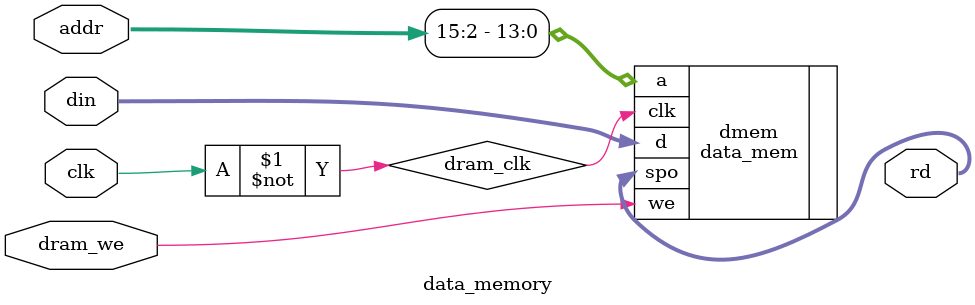
<source format=v>
module data_memory(
    input clk,
    input dram_we,
    input [31:0] addr,
    input [31:0] din,
    output [31:0] rd
    );
    wire dram_clk;
    assign dram_clk = ~clk;
    data_mem dmem(
        .clk (dram_clk),
        .a   (addr[15:2]),
        .spo (rd),
        .we  (dram_we),
        .d   (din)
    );
endmodule
</source>
